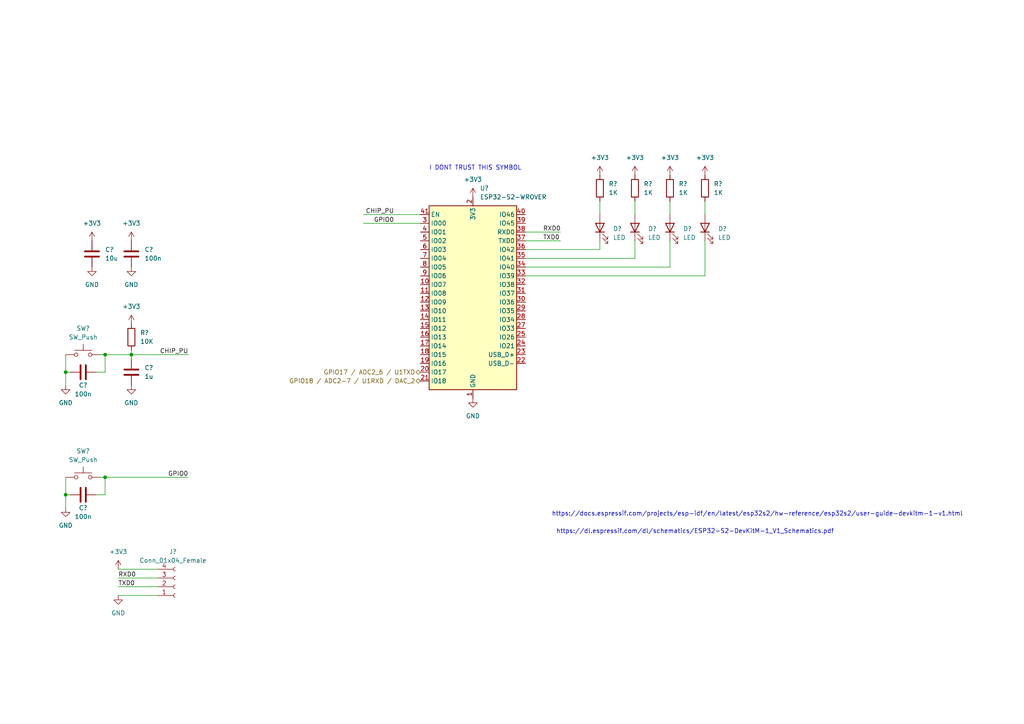
<source format=kicad_sch>
(kicad_sch (version 20211123) (generator eeschema)
  (paper "A4")
  (title_block (title "Awesome Bestest Energy Monitor") (rev "1.0"))
  (lib_symbols
    (symbol "Connector:Conn_01x04_Female" (pin_names (offset 1.016) hide)
      (property "Reference" "J" (at 0 5.08 0))
      (property "Value" "Conn_01x04_Female" (at 0 -7.62 0))
      (symbol "Conn_01x04_Female_1_1"
        (arc (start 0 -4.572) (mid -0.508 -5.08) (end 0 -5.588) (stroke (width 0.1524)))
        (arc (start 0 -2.032) (mid -0.508 -2.54) (end 0 -3.048) (stroke (width 0.1524)))
        (polyline (pts (xy -1.27 -5.08) (xy -0.508 -5.08)) (stroke (width 0.1524)))
        (polyline (pts (xy -1.27 -2.54) (xy -0.508 -2.54)) (stroke (width 0.1524)))
        (polyline (pts (xy -1.27 0) (xy -0.508 0)) (stroke (width 0.1524)))
        (polyline (pts (xy -1.27 2.54) (xy -0.508 2.54)) (stroke (width 0.1524)))
        (arc (start 0 0.508) (mid -0.508 0) (end 0 -0.508) (stroke (width 0.1524)))
        (arc (start 0 3.048) (mid -0.508 2.54) (end 0 2.032) (stroke (width 0.1524)))
        (pin passive line (at -5.08 2.54 0) (length 3.81) (name "Pin_1") (number "1"))
        (pin passive line (at -5.08 0 0) (length 3.81) (name "Pin_2") (number "2"))
        (pin passive line (at -5.08 -2.54 0) (length 3.81) (name "Pin_3") (number "3"))
        (pin passive line (at -5.08 -5.08 0) (length 3.81) (name "Pin_4") (number "4"))
      )
    )
    (symbol "Device:C" (pin_numbers hide) (pin_names (offset 0.254))
      (property "Reference" "C" (at 0.635 2.54 0))
      (property "Value" "C" (at 0.635 -2.54 0))
      (symbol "C_0_1"
        (polyline (pts (xy -2.032 -0.762) (xy 2.032 -0.762)) (stroke (width 0.508)))
        (polyline (pts (xy -2.032 0.762) (xy 2.032 0.762)) (stroke (width 0.508)))
      )
      (symbol "C_1_1"
        (pin passive line (at 0 3.81 270) (length 2.794) (name "~") (number "1"))
        (pin passive line (at 0 -3.81 90) (length 2.794) (name "~") (number "2"))
      )
    )
    (symbol "Device:LED" (pin_numbers hide) (pin_names (offset 1.016) hide)
      (property "Reference" "D" (at 0 2.54 0))
      (property "Value" "LED" (at 0 -2.54 0))
      (symbol "LED_0_1"
        (polyline (pts (xy -1.27 -1.27) (xy -1.27 1.27)) (stroke (width 0.254)))
        (polyline (pts (xy -1.27 0) (xy 1.27 0)))
        (polyline (pts (xy 1.27 -1.27) (xy 1.27 1.27) (xy -1.27 0) (xy 1.27 -1.27)) (stroke (width 0.254)))
        (polyline (pts (xy -3.048 -0.762) (xy -4.572 -2.286) (xy -3.81 -2.286) (xy -4.572 -2.286) (xy -4.572 -1.524)))
        (polyline (pts (xy -1.778 -0.762) (xy -3.302 -2.286) (xy -2.54 -2.286) (xy -3.302 -2.286) (xy -3.302 -1.524)))
      )
      (symbol "LED_1_1"
        (pin passive line (at -3.81 0 0) (length 2.54) (name "K") (number "1"))
        (pin passive line (at 3.81 0 180) (length 2.54) (name "A") (number "2"))
      )
    )
    (symbol "Device:R" (pin_numbers hide) (pin_names (offset 0))
      (property "Reference" "R" (at 2.032 0 90))
      (property "Value" "R" (at 0 0 90))
      (symbol "R_0_1"
        (rectangle (start -1.016 -2.54) (end 1.016 2.54) (stroke (width 0.254)))
      )
      (symbol "R_1_1"
        (pin passive line (at 0 3.81 270) (length 1.27) (name "~") (number "1"))
        (pin passive line (at 0 -3.81 90) (length 1.27) (name "~") (number "2"))
      )
    )
    (symbol "RF_Module:ESP32-S2-WROVER"
      (property "Reference" "U" (at -12.7 29.21 0))
      (property "Value" "ESP32-S2-WROVER" (at 2.54 29.21 0))
      (symbol "ESP32-S2-WROVER_0_1"
        (rectangle (start -12.7 27.94) (end 12.7 -25.4) (stroke (width 0.254)) (fill (type background)))
      )
      (symbol "ESP32-S2-WROVER_1_1"
        (pin power_in line (at 0 -27.94 90) (length 2.54) (name "GND") (number "1"))
        (pin bidirectional line (at -15.24 5.08 0) (length 2.54) (name "IO07") (number "10"))
        (pin bidirectional line (at -15.24 2.54 0) (length 2.54) (name "IO08") (number "11"))
        (pin bidirectional line (at -15.24 0 0) (length 2.54) (name "IO09") (number "12"))
        (pin bidirectional line (at -15.24 -2.54 0) (length 2.54) (name "IO10") (number "13"))
        (pin bidirectional line (at -15.24 -5.08 0) (length 2.54) (name "IO11") (number "14"))
        (pin bidirectional line (at -15.24 -7.62 0) (length 2.54) (name "IO12") (number "15"))
        (pin bidirectional line (at -15.24 -10.16 0) (length 2.54) (name "IO13") (number "16"))
        (pin bidirectional line (at -15.24 -12.7 0) (length 2.54) (name "IO14") (number "17"))
        (pin bidirectional line (at -15.24 -15.24 0) (length 2.54) (name "IO15") (number "18"))
        (pin bidirectional line (at -15.24 -17.78 0) (length 2.54) (name "IO16") (number "19"))
        (pin power_in line (at 0 30.48 270) (length 2.54) (name "3V3") (number "2"))
        (pin bidirectional line (at -15.24 -20.32 0) (length 2.54) (name "IO17") (number "20"))
        (pin bidirectional line (at -15.24 -22.86 0) (length 2.54) (name "IO18") (number "21"))
        (pin bidirectional line (at 15.24 -17.78 180) (length 2.54) (name "USB_D-") (number "22"))
        (pin bidirectional line (at 15.24 -15.24 180) (length 2.54) (name "USB_D+") (number "23"))
        (pin bidirectional line (at 15.24 -12.7 180) (length 2.54) (name "IO21") (number "24"))
        (pin bidirectional line (at 15.24 -10.16 180) (length 2.54) (name "IO26") (number "25"))
        (pin passive line (at 0 -27.94 90) (length 2.54) hide (name "GND") (number "26"))
        (pin bidirectional line (at 15.24 -7.62 180) (length 2.54) (name "IO33") (number "27"))
        (pin bidirectional line (at 15.24 -5.08 180) (length 2.54) (name "IO34") (number "28"))
        (pin bidirectional line (at 15.24 -2.54 180) (length 2.54) (name "IO35") (number "29"))
        (pin bidirectional line (at -15.24 22.86 0) (length 2.54) (name "IO00") (number "3"))
        (pin bidirectional line (at 15.24 0 180) (length 2.54) (name "IO36") (number "30"))
        (pin bidirectional line (at 15.24 2.54 180) (length 2.54) (name "IO37") (number "31"))
        (pin bidirectional line (at 15.24 5.08 180) (length 2.54) (name "IO38") (number "32"))
        (pin bidirectional line (at 15.24 7.62 180) (length 2.54) (name "IO39") (number "33"))
        (pin bidirectional line (at 15.24 10.16 180) (length 2.54) (name "IO40") (number "34"))
        (pin bidirectional line (at 15.24 12.7 180) (length 2.54) (name "IO41") (number "35"))
        (pin bidirectional line (at 15.24 15.24 180) (length 2.54) (name "IO42") (number "36"))
        (pin bidirectional line (at 15.24 17.78 180) (length 2.54) (name "TXD0") (number "37"))
        (pin bidirectional line (at 15.24 20.32 180) (length 2.54) (name "RXD0") (number "38"))
        (pin bidirectional line (at 15.24 22.86 180) (length 2.54) (name "IO45") (number "39"))
        (pin bidirectional line (at -15.24 20.32 0) (length 2.54) (name "IO01") (number "4"))
        (pin input line (at 15.24 25.4 180) (length 2.54) (name "IO46") (number "40"))
        (pin input line (at -15.24 25.4 0) (length 2.54) (name "EN") (number "41"))
        (pin passive line (at 0 -27.94 90) (length 2.54) hide (name "GND") (number "42"))
        (pin passive line (at 0 -27.94 90) (length 2.54) hide (name "GND") (number "43"))
        (pin bidirectional line (at -15.24 17.78 0) (length 2.54) (name "IO02") (number "5"))
        (pin bidirectional line (at -15.24 15.24 0) (length 2.54) (name "IO03") (number "6"))
        (pin bidirectional line (at -15.24 12.7 0) (length 2.54) (name "IO04") (number "7"))
        (pin bidirectional line (at -15.24 10.16 0) (length 2.54) (name "IO05") (number "8"))
        (pin bidirectional line (at -15.24 7.62 0) (length 2.54) (name "IO06") (number "9"))
      )
    )
    (symbol "Switch:SW_Push" (pin_numbers hide) (pin_names (offset 1.016) hide)
      (property "Reference" "SW" (at 1.27 2.54 0))
      (property "Value" "SW_Push" (at 0 -1.524 0))
      (symbol "SW_Push_0_1"
        (circle (center -2.032 0) (radius 0.508))
        (polyline (pts (xy 0 1.27) (xy 0 3.048)))
        (polyline (pts (xy 2.54 1.27) (xy -2.54 1.27)))
        (circle (center 2.032 0) (radius 0.508))
        (pin passive line (at -5.08 0 0) (length 2.54) (name "1") (number "1"))
        (pin passive line (at 5.08 0 180) (length 2.54) (name "2") (number "2"))
      )
    )
    (symbol "power:+3V3" (power) (pin_names (offset 0))
      (property "Value" "+3V3" (at 0 3.556 0))
      (symbol "+3V3_0_1"
        (polyline (pts (xy -0.762 1.27) (xy 0 2.54)))
        (polyline (pts (xy 0 0) (xy 0 2.54)))
        (polyline (pts (xy 0 2.54) (xy 0.762 1.27)))
      )
      (symbol "+3V3_1_1"
        (pin power_in line (at 0 0 90) (length 0) hide (name "+3V3") (number "1"))
      )
    )
    (symbol "power:GND" (power) (pin_names (offset 0))
      (property "Value" "GND" (at 0 -3.81 0))
      (symbol "GND_0_1"
        (polyline (pts (xy 0 0) (xy 0 -1.27) (xy 1.27 -1.27) (xy 0 -2.54) (xy -1.27 -1.27) (xy 0 -1.27)))
      )
      (symbol "GND_1_1"
        (pin power_in line (at 0 0 270) (length 0) hide (name "GND") (number "1"))
      )
    )
  )
  (junction (at 19.05 143.51))
  (junction (at 19.05 107.95))
  (junction (at 30.48 138.43))
  (junction (at 38.1 102.87))
  (junction (at 30.48 102.87))
  (wire (pts (xy 38.1 102.87) (xy 54.61 102.87)))
  (wire (pts (xy 34.29 172.72) (xy 45.72 172.72)))
  (wire (pts (xy 34.29 170.18) (xy 45.72 170.18)))
  (wire (pts (xy 173.99 58.42) (xy 173.99 62.23)))
  (wire (pts (xy 30.48 143.51) (xy 30.48 138.43)))
  (wire (pts (xy 19.05 143.51) (xy 19.05 147.32)))
  (wire (pts (xy 105.41 62.23) (xy 121.92 62.23)))
  (wire (pts (xy 173.99 72.39) (xy 173.99 69.85)))
  (wire (pts (xy 29.21 102.87) (xy 30.48 102.87)))
  (wire (pts (xy 152.4 72.39) (xy 173.99 72.39)))
  (wire (pts (xy 105.41 64.77) (xy 121.92 64.77)))
  (wire (pts (xy 38.1 102.87) (xy 38.1 104.14)))
  (wire (pts (xy 152.4 74.93) (xy 184.15 74.93)))
  (wire (pts (xy 152.4 80.01) (xy 204.47 80.01)))
  (wire (pts (xy 27.94 143.51) (xy 30.48 143.51)))
  (wire (pts (xy 29.21 138.43) (xy 30.48 138.43)))
  (wire (pts (xy 34.29 165.1) (xy 45.72 165.1)))
  (wire (pts (xy 204.47 58.42) (xy 204.47 62.23)))
  (wire (pts (xy 19.05 138.43) (xy 19.05 143.51)))
  (wire (pts (xy 194.31 77.47) (xy 194.31 69.85)))
  (wire (pts (xy 19.05 107.95) (xy 20.32 107.95)))
  (wire (pts (xy 19.05 143.51) (xy 20.32 143.51)))
  (wire (pts (xy 34.29 167.64) (xy 45.72 167.64)))
  (wire (pts (xy 184.15 74.93) (xy 184.15 69.85)))
  (wire (pts (xy 19.05 107.95) (xy 19.05 111.76)))
  (wire (pts (xy 184.15 58.42) (xy 184.15 62.23)))
  (wire (pts (xy 152.4 67.31) (xy 162.56 67.31)))
  (wire (pts (xy 152.4 77.47) (xy 194.31 77.47)))
  (wire (pts (xy 30.48 138.43) (xy 54.61 138.43)))
  (wire (pts (xy 204.47 80.01) (xy 204.47 69.85)))
  (wire (pts (xy 152.4 69.85) (xy 162.56 69.85)))
  (wire (pts (xy 30.48 107.95) (xy 30.48 102.87)))
  (wire (pts (xy 194.31 58.42) (xy 194.31 62.23)))
  (wire (pts (xy 30.48 102.87) (xy 38.1 102.87)))
  (wire (pts (xy 38.1 102.87) (xy 38.1 101.6)))
  (wire (pts (xy 19.05 102.87) (xy 19.05 107.95)))
  (wire (pts (xy 27.94 107.95) (xy 30.48 107.95)))
  (text "https://docs.espressif.com/projects/esp-idf/en/latest/esp32s2/hw-reference/esp32s2/user-guide-devkitm-1-v1.html" (at 160.02 149.86 0) (effects (font (size 1.27 1.27)) (justify left bottom)))
  (text "https://dl.espressif.com/dl/schematics/ESP32-S2-DevKitM-1_V1_Schematics.pdf" (at 161.29 154.94 0) (effects (font (size 1.27 1.27)) (justify left bottom)))
  (text "I DONT TRUST THIS SYMBOL" (at 124.46 49.53 0) (effects (font (size 1.27 1.27)) (justify left bottom)))
  (label "GPIO0" (at 114.3 64.77 180))
  (label "CHIP_PU" (at 114.3 62.23 180))
  (label "TXD0" (at 34.29 170.18 0))
  (label "TXD0" (at 157.48 69.85 0))
  (label "CHIP_PU" (at 54.61 102.87 180))
  (label "GPIO0" (at 54.61 138.43 180))
  (label "RXD0" (at 34.29 167.64 0))
  (label "RXD0" (at 157.48 67.31 0))
  (hierarchical_label "GPIO17 {slash} ADC2_6 {slash} U1TXD" (shape bidirectional) (at 121.92 107.95 180))
  (hierarchical_label "GPIO18 {slash} ADC2-7 {slash} U1RXD {slash} DAC_2" (shape bidirectional) (at 121.92 110.49 180))
  (symbol (lib_id "power:GND") (at 19.05 147.32 0) (unit 1)
    (property "Reference" "#PWR?" (effects hide))
    (property "Value" "GND" (at 19.05 152.4 0))
  )
  (symbol (lib_id "power:+3V3") (at 204.47 50.8 0) (unit 1)
    (property "Reference" "#PWR?" (effects hide))
    (property "Value" "+3V3" (at 204.47 45.72 0))
  )
  (symbol (lib_id "power:+3V3") (at 34.29 165.1 0) (unit 1)
    (property "Reference" "#PWR?" (effects hide))
    (property "Value" "+3V3" (at 34.29 160.02 0))
  )
  (symbol (lib_id "Device:LED") (at 184.15 66.04 90) (unit 1)
    (property "Reference" "D?" (at 187.96 66.3574 90) (effects (justify right)))
    (property "Value" "LED" (at 187.96 68.8974 90) (effects (justify right)))
    (property "Footprint" "LED_SMD:LED_0603_1608Metric_Pad1.05x0.95mm_HandSolder" (effects hide))
  )
  (symbol (lib_id "Device:R") (at 173.99 54.61 0) (unit 1)
    (property "Reference" "R?" (at 176.53 53.3399 0) (effects (justify left)))
    (property "Value" "1K" (at 176.53 55.8799 0) (effects (justify left)))
    (property "Footprint" "Resistor_SMD:R_0603_1608Metric_Pad0.98x0.95mm_HandSolder" (effects hide))
  )
  (symbol (lib_id "Device:LED") (at 204.47 66.04 90) (unit 1)
    (property "Reference" "D?" (at 208.28 66.3574 90) (effects (justify right)))
    (property "Value" "LED" (at 208.28 68.8974 90) (effects (justify right)))
    (property "Footprint" "LED_SMD:LED_0603_1608Metric_Pad1.05x0.95mm_HandSolder" (effects hide))
  )
  (symbol (lib_id "power:+3V3") (at 26.67 69.85 0) (unit 1)
    (property "Reference" "#PWR?" (effects hide))
    (property "Value" "+3V3" (at 26.67 64.77 0))
  )
  (symbol (lib_id "Device:C") (at 26.67 73.66 0) (unit 1)
    (property "Reference" "C?" (at 30.48 72.3899 0) (effects (justify left)))
    (property "Value" "10u" (at 30.48 74.9299 0) (effects (justify left)))
    (property "Footprint" "Capacitor_SMD:C_0603_1608Metric_Pad1.08x0.95mm_HandSolder" (effects hide))
  )
  (symbol (lib_id "power:GND") (at 19.05 111.76 0) (unit 1)
    (property "Reference" "#PWR?" (effects hide))
    (property "Value" "GND" (at 19.05 116.84 0))
  )
  (symbol (lib_id "Connector:Conn_01x04_Female") (at 50.8 170.18 0) (mirror x) (unit 1)
    (property "Reference" "J?" (at 50.165 160.02 0))
    (property "Value" "Conn_01x04_Female" (at 50.165 162.56 0))
    (property "Footprint" "Connector_PinHeader_2.54mm:PinHeader_1x04_P2.54mm_Vertical" (effects hide))
  )
  (symbol (lib_id "Device:C") (at 38.1 73.66 0) (unit 1)
    (property "Reference" "C?" (at 41.91 72.3899 0) (effects (justify left)))
    (property "Value" "100n" (at 41.91 74.9299 0) (effects (justify left)))
    (property "Footprint" "Capacitor_SMD:C_0603_1608Metric_Pad1.08x0.95mm_HandSolder" (effects hide))
  )
  (symbol (lib_id "RF_Module:ESP32-S2-WROVER") (at 137.16 87.63 0) (unit 1)
    (property "Reference" "U?" (at 139.1794 54.61 0) (effects (justify left)))
    (property "Value" "ESP32-S2-WROVER" (at 139.1794 57.15 0) (effects (justify left)))
    (property "Footprint" "RF_Module:ESP32-S2-WROVER" (effects hide))
    (property "Datasheet" "https://www.espressif.com/sites/default/files/documentation/esp32-s2-wroom_esp32-s2-wroom-i_datasheet_en.pdf" (effects hide))
    (property "Datasheet 2" "https://www.espressif.com/sites/default/files/documentation/esp32-s2_datasheet_en.pdf" (effects hide))
  )
  (symbol (lib_id "power:GND") (at 38.1 77.47 0) (unit 1)
    (property "Reference" "#PWR?" (effects hide))
    (property "Value" "GND" (at 38.1 82.55 0))
  )
  (symbol (lib_id "Device:LED") (at 194.31 66.04 90) (unit 1)
    (property "Reference" "D?" (at 198.12 66.3574 90) (effects (justify right)))
    (property "Value" "LED" (at 198.12 68.8974 90) (effects (justify right)))
    (property "Footprint" "LED_SMD:LED_0603_1608Metric_Pad1.05x0.95mm_HandSolder" (effects hide))
  )
  (symbol (lib_id "power:GND") (at 38.1 111.76 0) (unit 1)
    (property "Reference" "#PWR?" (effects hide))
    (property "Value" "GND" (at 38.1 116.84 0))
  )
  (symbol (lib_id "Device:R") (at 184.15 54.61 0) (unit 1)
    (property "Reference" "R?" (at 186.69 53.3399 0) (effects (justify left)))
    (property "Value" "1K" (at 186.69 55.8799 0) (effects (justify left)))
    (property "Footprint" "Resistor_SMD:R_0603_1608Metric_Pad0.98x0.95mm_HandSolder" (effects hide))
  )
  (symbol (lib_id "power:+3V3") (at 173.99 50.8 0) (unit 1)
    (property "Reference" "#PWR?" (effects hide))
    (property "Value" "+3V3" (at 173.99 45.72 0))
  )
  (symbol (lib_id "power:GND") (at 34.29 172.72 0) (unit 1)
    (property "Reference" "#PWR?" (effects hide))
    (property "Value" "GND" (at 34.29 177.8 0))
  )
  (symbol (lib_id "power:GND") (at 26.67 77.47 0) (unit 1)
    (property "Reference" "#PWR?" (effects hide))
    (property "Value" "GND" (at 26.67 82.55 0))
  )
  (symbol (lib_id "power:+3V3") (at 137.16 57.15 0) (unit 1)
    (property "Reference" "#PWR?" (effects hide))
    (property "Value" "+3V3" (at 137.16 52.07 0))
  )
  (symbol (lib_id "power:GND") (at 137.16 115.57 0) (unit 1)
    (property "Reference" "#PWR?" (effects hide))
    (property "Value" "GND" (at 137.16 120.65 0))
  )
  (symbol (lib_id "Switch:SW_Push") (at 24.13 102.87 0) (unit 1)
    (property "Reference" "SW?" (at 24.13 95.25 0))
    (property "Value" "SW_Push" (at 24.13 97.79 0))
  )
  (symbol (lib_id "Device:R") (at 194.31 54.61 0) (unit 1)
    (property "Reference" "R?" (at 196.85 53.3399 0) (effects (justify left)))
    (property "Value" "1K" (at 196.85 55.8799 0) (effects (justify left)))
    (property "Footprint" "Resistor_SMD:R_0603_1608Metric_Pad0.98x0.95mm_HandSolder" (effects hide))
  )
  (symbol (lib_id "power:+3V3") (at 194.31 50.8 0) (unit 1)
    (property "Reference" "#PWR?" (effects hide))
    (property "Value" "+3V3" (at 194.31 45.72 0))
  )
  (symbol (lib_id "power:+3V3") (at 38.1 93.98 0) (unit 1)
    (property "Reference" "#PWR?" (effects hide))
    (property "Value" "+3V3" (at 38.1 88.9 0))
  )
  (symbol (lib_id "power:+3V3") (at 38.1 69.85 0) (unit 1)
    (property "Reference" "#PWR?" (effects hide))
    (property "Value" "+3V3" (at 38.1 64.77 0))
  )
  (symbol (lib_id "Device:C") (at 24.13 107.95 90) (unit 1)
    (property "Reference" "C?" (at 24.13 111.76 90))
    (property "Value" "100n" (at 24.13 114.3 90))
    (property "Footprint" "Capacitor_SMD:C_0603_1608Metric_Pad1.08x0.95mm_HandSolder" (effects hide))
  )
  (symbol (lib_id "Switch:SW_Push") (at 24.13 138.43 0) (unit 1)
    (property "Reference" "SW?" (at 24.13 130.81 0))
    (property "Value" "SW_Push" (at 24.13 133.35 0))
  )
  (symbol (lib_id "Device:C") (at 24.13 143.51 90) (unit 1)
    (property "Reference" "C?" (at 24.13 147.32 90))
    (property "Value" "100n" (at 24.13 149.86 90))
    (property "Footprint" "Capacitor_SMD:C_0603_1608Metric_Pad1.08x0.95mm_HandSolder" (effects hide))
  )
  (symbol (lib_id "Device:C") (at 38.1 107.95 0) (unit 1)
    (property "Reference" "C?" (at 41.91 106.6799 0) (effects (justify left)))
    (property "Value" "1u" (at 41.91 109.2199 0) (effects (justify left)))
    (property "Footprint" "Capacitor_SMD:C_0603_1608Metric_Pad1.08x0.95mm_HandSolder" (effects hide))
  )
  (symbol (lib_id "Device:R") (at 38.1 97.79 0) (unit 1)
    (property "Reference" "R?" (at 40.64 96.5199 0) (effects (justify left)))
    (property "Value" "10K" (at 40.64 99.0599 0) (effects (justify left)))
    (property "Footprint" "Resistor_SMD:R_0603_1608Metric_Pad0.98x0.95mm_HandSolder" (effects hide))
  )
  (symbol (lib_id "power:+3V3") (at 184.15 50.8 0) (unit 1)
    (property "Reference" "#PWR?" (effects hide))
    (property "Value" "+3V3" (at 184.15 45.72 0))
  )
  (symbol (lib_id "Device:LED") (at 173.99 66.04 90) (unit 1)
    (property "Reference" "D?" (at 177.8 66.3574 90) (effects (justify right)))
    (property "Value" "LED" (at 177.8 68.8974 90) (effects (justify right)))
    (property "Footprint" "LED_SMD:LED_0603_1608Metric_Pad1.05x0.95mm_HandSolder" (effects hide))
  )
  (symbol (lib_id "Device:R") (at 204.47 54.61 0) (unit 1)
    (property "Reference" "R?" (at 207.01 53.3399 0) (effects (justify left)))
    (property "Value" "1K" (at 207.01 55.8799 0) (effects (justify left)))
    (property "Footprint" "Resistor_SMD:R_0603_1608Metric_Pad0.98x0.95mm_HandSolder" (effects hide))
  )
)
</source>
